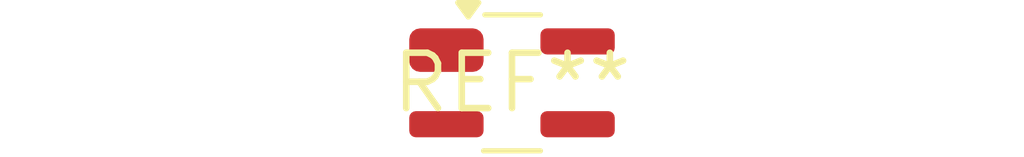
<source format=kicad_pcb>
(kicad_pcb (version 20240108) (generator pcbnew)
  (layers (0 "F.Cu" signal) (31 "B.Cu" signal) (34 "B.Paste" user) (35 "F.Paste" user) (36 "B.SilkS" user "B.Silkscreen") (37 "F.SilkS" user "F.Silkscreen") (38 "B.Mask" user) (39 "F.Mask" user) (44 "Edge.Cuts" user))
  (net 0 "")
  (footprint "SOT-143_Handsoldering" (layer "F.Cu") (at 0 0)
    (property "Reference" "REF**")
    (property "Value" "SOT-143_Handsoldering")
    (fp_line (start -0.65 1.56) (end 0.65 1.56) (layer "F.SilkS") (stroke (width 0.12)))
    (fp_line (start 0.65 -1.56) (end -0.62 -1.56) (layer "F.SilkS") (stroke (width 0.12)))
    (fp_poly (pts (xy -1 -1.51) (xy -1.24 -1.84) (xy -0.76 -1.84) (xy -1 -1.51)) (layer "F.SilkS") (stroke (width 0.12)) (fill solid))
    (pad "1" smd roundrect (at -1.5 -0.75) (size 1.7 1) (layers "F.Cu" "F.Paste" "F.Mask"))
    (pad "2" smd roundrect (at -1.5 0.95) (size 1.7 0.6) (layers "F.Cu" "F.Paste" "F.Mask"))
    (pad "3" smd roundrect (at 1.5 0.95) (size 1.7 0.6) (layers "F.Cu" "F.Paste" "F.Mask"))
    (pad "4" smd roundrect (at 1.5 -0.95) (size 1.7 0.6) (layers "F.Cu" "F.Paste" "F.Mask"))
  )
)
</source>
